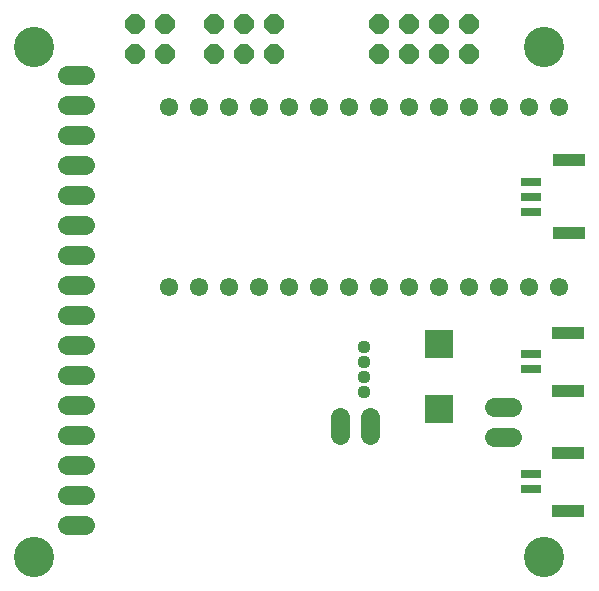
<source format=gbr>
G04 EAGLE Gerber RS-274X export*
G75*
%MOMM*%
%FSLAX34Y34*%
%LPD*%
%INSoldermask Bottom*%
%IPPOS*%
%AMOC8*
5,1,8,0,0,1.08239X$1,22.5*%
G01*
%ADD10C,1.117600*%
%ADD11C,1.625600*%
%ADD12C,3.403600*%
%ADD13R,2.387600X2.387600*%
%ADD14P,1.759533X8X202.500000*%
%ADD15C,1.549400*%
%ADD16R,1.801600X0.701600*%
%ADD17R,2.801600X1.101600*%
%ADD18P,1.759533X8X22.500000*%


D10*
X996696Y711708D03*
X996696Y724408D03*
X996696Y737108D03*
X996696Y749808D03*
D11*
X1001776Y690118D02*
X1001776Y674878D01*
X976376Y674878D02*
X976376Y690118D01*
D12*
X1149096Y572008D03*
X717296Y572008D03*
X717296Y1003808D03*
X1149096Y1003808D03*
D13*
X1060196Y696849D03*
X1060196Y751967D03*
D14*
X920496Y1022858D03*
X920496Y997458D03*
X895096Y1022858D03*
X895096Y997458D03*
X869696Y1022858D03*
X869696Y997458D03*
D11*
X1106551Y699008D02*
X1121791Y699008D01*
X1121791Y673608D02*
X1106551Y673608D01*
D15*
X1136396Y953008D03*
X1110996Y953008D03*
X1085596Y953008D03*
X1060196Y953008D03*
X1110996Y800608D03*
X1034796Y953008D03*
X1009396Y953008D03*
X983996Y953008D03*
X958596Y953008D03*
X933196Y953008D03*
X907796Y953008D03*
X882396Y953008D03*
X856996Y953008D03*
X831596Y953008D03*
X831596Y800608D03*
X856996Y800608D03*
X882396Y800608D03*
X907796Y800608D03*
X933196Y800608D03*
X958596Y800608D03*
X983996Y800608D03*
X1009396Y800608D03*
X1034796Y800608D03*
X1060196Y800608D03*
X1085596Y800608D03*
X1136396Y800608D03*
X1161796Y953008D03*
X1161796Y800608D03*
D14*
X1085596Y1022858D03*
X1085596Y997458D03*
X1060196Y1022858D03*
X1060196Y997458D03*
X1034796Y1022858D03*
X1034796Y997458D03*
X1009396Y1022858D03*
X1009396Y997458D03*
D16*
X1137739Y876808D03*
X1137739Y889308D03*
X1137739Y864308D03*
D17*
X1169739Y907808D03*
X1169739Y845808D03*
D16*
X1137421Y629258D03*
X1137421Y641758D03*
D17*
X1169421Y660258D03*
X1169421Y610758D03*
D16*
X1137421Y730858D03*
X1137421Y743358D03*
D17*
X1169421Y761858D03*
X1169421Y712358D03*
D11*
X760476Y598678D02*
X745236Y598678D01*
X745236Y624078D02*
X760476Y624078D01*
X760476Y649478D02*
X745236Y649478D01*
X745236Y674878D02*
X760476Y674878D01*
X760476Y700278D02*
X745236Y700278D01*
X745236Y725678D02*
X760476Y725678D01*
X760476Y751078D02*
X745236Y751078D01*
X745236Y776478D02*
X760476Y776478D01*
X760476Y801878D02*
X745236Y801878D01*
X745236Y827278D02*
X760476Y827278D01*
X760476Y852678D02*
X745236Y852678D01*
X745236Y878078D02*
X760476Y878078D01*
X760476Y903478D02*
X745236Y903478D01*
X745236Y928878D02*
X760476Y928878D01*
X760476Y954278D02*
X745236Y954278D01*
X745236Y979678D02*
X760476Y979678D01*
D18*
X802640Y997712D03*
X802640Y1023112D03*
X828040Y997712D03*
X828040Y1023112D03*
M02*

</source>
